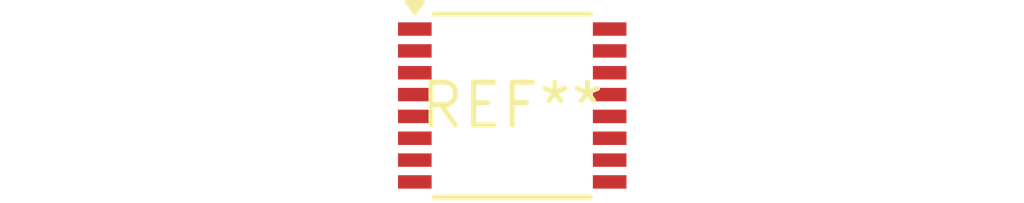
<source format=kicad_pcb>
(kicad_pcb (version 20240108) (generator pcbnew)
  (layers (0 "F.Cu" signal) (31 "B.Cu" signal) (34 "B.Paste" user) (35 "F.Paste" user) (36 "B.SilkS" user "B.Silkscreen") (37 "F.SilkS" user "F.Silkscreen") (38 "B.Mask" user) (39 "F.Mask" user) (44 "Edge.Cuts" user))
  (net 0 "")
  (footprint "SSOP-16_4.4x5.2mm_P0.65mm" (layer "F.Cu") (at 0 0)
    (property "Reference" "REF**")
    (property "Value" "SSOP-16_4.4x5.2mm_P0.65mm")
    (fp_line (start -2.325 -2.725) (end 2.325 -2.725) (layer "F.SilkS") (stroke (width 0.15)))
    (fp_line (start -2.325 2.725) (end 2.325 2.725) (layer "F.SilkS") (stroke (width 0.15)))
    (fp_poly (pts (xy -2.9 -2.75) (xy -3.14 -3.08) (xy -2.66 -3.08) (xy -2.9 -2.75)) (layer "F.SilkS") (stroke (width 0.12)) (fill solid))
    (pad "1" smd rect (at -2.9 -2.275) (size 1 0.4) (layers "F.Cu" "F.Paste" "F.Mask"))
    (pad "2" smd rect (at -2.9 -1.625) (size 1 0.4) (layers "F.Cu" "F.Paste" "F.Mask"))
    (pad "3" smd rect (at -2.9 -0.975) (size 1 0.4) (layers "F.Cu" "F.Paste" "F.Mask"))
    (pad "4" smd rect (at -2.9 -0.325) (size 1 0.4) (layers "F.Cu" "F.Paste" "F.Mask"))
    (pad "5" smd rect (at -2.9 0.325) (size 1 0.4) (layers "F.Cu" "F.Paste" "F.Mask"))
    (pad "6" smd rect (at -2.9 0.975) (size 1 0.4) (layers "F.Cu" "F.Paste" "F.Mask"))
    (pad "7" smd rect (at -2.9 1.625) (size 1 0.4) (layers "F.Cu" "F.Paste" "F.Mask"))
    (pad "8" smd rect (at -2.9 2.275) (size 1 0.4) (layers "F.Cu" "F.Paste" "F.Mask"))
    (pad "9" smd rect (at 2.9 2.275) (size 1 0.4) (layers "F.Cu" "F.Paste" "F.Mask"))
    (pad "10" smd rect (at 2.9 1.625) (size 1 0.4) (layers "F.Cu" "F.Paste" "F.Mask"))
    (pad "11" smd rect (at 2.9 0.975) (size 1 0.4) (layers "F.Cu" "F.Paste" "F.Mask"))
    (pad "12" smd rect (at 2.9 0.325) (size 1 0.4) (layers "F.Cu" "F.Paste" "F.Mask"))
    (pad "13" smd rect (at 2.9 -0.325) (size 1 0.4) (layers "F.Cu" "F.Paste" "F.Mask"))
    (pad "14" smd rect (at 2.9 -0.975) (size 1 0.4) (layers "F.Cu" "F.Paste" "F.Mask"))
    (pad "15" smd rect (at 2.9 -1.625) (size 1 0.4) (layers "F.Cu" "F.Paste" "F.Mask"))
    (pad "16" smd rect (at 2.9 -2.275) (size 1 0.4) (layers "F.Cu" "F.Paste" "F.Mask"))
  )
)
</source>
